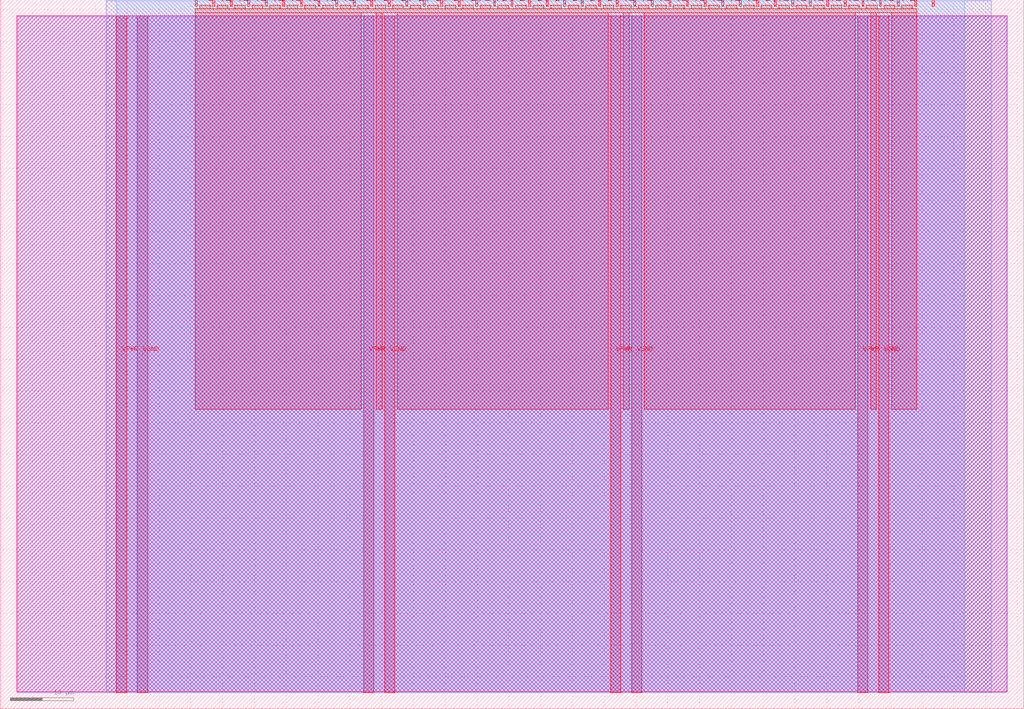
<source format=lef>
VERSION 5.7 ;
  NOWIREEXTENSIONATPIN ON ;
  DIVIDERCHAR "/" ;
  BUSBITCHARS "[]" ;
MACRO tt_um_will_keen_solitaire
  CLASS BLOCK ;
  FOREIGN tt_um_will_keen_solitaire ;
  ORIGIN 0.000 0.000 ;
  SIZE 161.000 BY 111.520 ;
  PIN VGND
    DIRECTION INOUT ;
    USE GROUND ;
    PORT
      LAYER met4 ;
        RECT 21.580 2.480 23.180 109.040 ;
    END
    PORT
      LAYER met4 ;
        RECT 60.450 2.480 62.050 109.040 ;
    END
    PORT
      LAYER met4 ;
        RECT 99.320 2.480 100.920 109.040 ;
    END
    PORT
      LAYER met4 ;
        RECT 138.190 2.480 139.790 109.040 ;
    END
  END VGND
  PIN VPWR
    DIRECTION INOUT ;
    USE POWER ;
    PORT
      LAYER met4 ;
        RECT 18.280 2.480 19.880 109.040 ;
    END
    PORT
      LAYER met4 ;
        RECT 57.150 2.480 58.750 109.040 ;
    END
    PORT
      LAYER met4 ;
        RECT 96.020 2.480 97.620 109.040 ;
    END
    PORT
      LAYER met4 ;
        RECT 134.890 2.480 136.490 109.040 ;
    END
  END VPWR
  PIN clk
    DIRECTION INPUT ;
    USE SIGNAL ;
    ANTENNAGATEAREA 0.852000 ;
    PORT
      LAYER met4 ;
        RECT 143.830 110.520 144.130 111.520 ;
    END
  END clk
  PIN ena
    DIRECTION INPUT ;
    USE SIGNAL ;
    PORT
      LAYER met4 ;
        RECT 146.590 110.520 146.890 111.520 ;
    END
  END ena
  PIN rst_n
    DIRECTION INPUT ;
    USE SIGNAL ;
    ANTENNAGATEAREA 0.196500 ;
    PORT
      LAYER met4 ;
        RECT 141.070 110.520 141.370 111.520 ;
    END
  END rst_n
  PIN ui_in[0]
    DIRECTION INPUT ;
    USE SIGNAL ;
    ANTENNAGATEAREA 0.126000 ;
    PORT
      LAYER met4 ;
        RECT 138.310 110.520 138.610 111.520 ;
    END
  END ui_in[0]
  PIN ui_in[1]
    DIRECTION INPUT ;
    USE SIGNAL ;
    ANTENNAGATEAREA 0.213000 ;
    PORT
      LAYER met4 ;
        RECT 135.550 110.520 135.850 111.520 ;
    END
  END ui_in[1]
  PIN ui_in[2]
    DIRECTION INPUT ;
    USE SIGNAL ;
    ANTENNAGATEAREA 0.213000 ;
    PORT
      LAYER met4 ;
        RECT 132.790 110.520 133.090 111.520 ;
    END
  END ui_in[2]
  PIN ui_in[3]
    DIRECTION INPUT ;
    USE SIGNAL ;
    ANTENNAGATEAREA 0.213000 ;
    PORT
      LAYER met4 ;
        RECT 130.030 110.520 130.330 111.520 ;
    END
  END ui_in[3]
  PIN ui_in[4]
    DIRECTION INPUT ;
    USE SIGNAL ;
    ANTENNAGATEAREA 0.159000 ;
    PORT
      LAYER met4 ;
        RECT 127.270 110.520 127.570 111.520 ;
    END
  END ui_in[4]
  PIN ui_in[5]
    DIRECTION INPUT ;
    USE SIGNAL ;
    ANTENNAGATEAREA 0.213000 ;
    PORT
      LAYER met4 ;
        RECT 124.510 110.520 124.810 111.520 ;
    END
  END ui_in[5]
  PIN ui_in[6]
    DIRECTION INPUT ;
    USE SIGNAL ;
    ANTENNAGATEAREA 0.196500 ;
    PORT
      LAYER met4 ;
        RECT 121.750 110.520 122.050 111.520 ;
    END
  END ui_in[6]
  PIN ui_in[7]
    DIRECTION INPUT ;
    USE SIGNAL ;
    ANTENNAGATEAREA 0.196500 ;
    PORT
      LAYER met4 ;
        RECT 118.990 110.520 119.290 111.520 ;
    END
  END ui_in[7]
  PIN uio_in[0]
    DIRECTION INPUT ;
    USE SIGNAL ;
    PORT
      LAYER met4 ;
        RECT 116.230 110.520 116.530 111.520 ;
    END
  END uio_in[0]
  PIN uio_in[1]
    DIRECTION INPUT ;
    USE SIGNAL ;
    PORT
      LAYER met4 ;
        RECT 113.470 110.520 113.770 111.520 ;
    END
  END uio_in[1]
  PIN uio_in[2]
    DIRECTION INPUT ;
    USE SIGNAL ;
    PORT
      LAYER met4 ;
        RECT 110.710 110.520 111.010 111.520 ;
    END
  END uio_in[2]
  PIN uio_in[3]
    DIRECTION INPUT ;
    USE SIGNAL ;
    PORT
      LAYER met4 ;
        RECT 107.950 110.520 108.250 111.520 ;
    END
  END uio_in[3]
  PIN uio_in[4]
    DIRECTION INPUT ;
    USE SIGNAL ;
    PORT
      LAYER met4 ;
        RECT 105.190 110.520 105.490 111.520 ;
    END
  END uio_in[4]
  PIN uio_in[5]
    DIRECTION INPUT ;
    USE SIGNAL ;
    PORT
      LAYER met4 ;
        RECT 102.430 110.520 102.730 111.520 ;
    END
  END uio_in[5]
  PIN uio_in[6]
    DIRECTION INPUT ;
    USE SIGNAL ;
    PORT
      LAYER met4 ;
        RECT 99.670 110.520 99.970 111.520 ;
    END
  END uio_in[6]
  PIN uio_in[7]
    DIRECTION INPUT ;
    USE SIGNAL ;
    PORT
      LAYER met4 ;
        RECT 96.910 110.520 97.210 111.520 ;
    END
  END uio_in[7]
  PIN uio_oe[0]
    DIRECTION OUTPUT ;
    USE SIGNAL ;
    PORT
      LAYER met4 ;
        RECT 49.990 110.520 50.290 111.520 ;
    END
  END uio_oe[0]
  PIN uio_oe[1]
    DIRECTION OUTPUT ;
    USE SIGNAL ;
    PORT
      LAYER met4 ;
        RECT 47.230 110.520 47.530 111.520 ;
    END
  END uio_oe[1]
  PIN uio_oe[2]
    DIRECTION OUTPUT ;
    USE SIGNAL ;
    PORT
      LAYER met4 ;
        RECT 44.470 110.520 44.770 111.520 ;
    END
  END uio_oe[2]
  PIN uio_oe[3]
    DIRECTION OUTPUT ;
    USE SIGNAL ;
    PORT
      LAYER met4 ;
        RECT 41.710 110.520 42.010 111.520 ;
    END
  END uio_oe[3]
  PIN uio_oe[4]
    DIRECTION OUTPUT ;
    USE SIGNAL ;
    PORT
      LAYER met4 ;
        RECT 38.950 110.520 39.250 111.520 ;
    END
  END uio_oe[4]
  PIN uio_oe[5]
    DIRECTION OUTPUT ;
    USE SIGNAL ;
    PORT
      LAYER met4 ;
        RECT 36.190 110.520 36.490 111.520 ;
    END
  END uio_oe[5]
  PIN uio_oe[6]
    DIRECTION OUTPUT ;
    USE SIGNAL ;
    PORT
      LAYER met4 ;
        RECT 33.430 110.520 33.730 111.520 ;
    END
  END uio_oe[6]
  PIN uio_oe[7]
    DIRECTION OUTPUT ;
    USE SIGNAL ;
    PORT
      LAYER met4 ;
        RECT 30.670 110.520 30.970 111.520 ;
    END
  END uio_oe[7]
  PIN uio_out[0]
    DIRECTION OUTPUT ;
    USE SIGNAL ;
    PORT
      LAYER met4 ;
        RECT 72.070 110.520 72.370 111.520 ;
    END
  END uio_out[0]
  PIN uio_out[1]
    DIRECTION OUTPUT ;
    USE SIGNAL ;
    PORT
      LAYER met4 ;
        RECT 69.310 110.520 69.610 111.520 ;
    END
  END uio_out[1]
  PIN uio_out[2]
    DIRECTION OUTPUT ;
    USE SIGNAL ;
    PORT
      LAYER met4 ;
        RECT 66.550 110.520 66.850 111.520 ;
    END
  END uio_out[2]
  PIN uio_out[3]
    DIRECTION OUTPUT ;
    USE SIGNAL ;
    PORT
      LAYER met4 ;
        RECT 63.790 110.520 64.090 111.520 ;
    END
  END uio_out[3]
  PIN uio_out[4]
    DIRECTION OUTPUT ;
    USE SIGNAL ;
    PORT
      LAYER met4 ;
        RECT 61.030 110.520 61.330 111.520 ;
    END
  END uio_out[4]
  PIN uio_out[5]
    DIRECTION OUTPUT ;
    USE SIGNAL ;
    PORT
      LAYER met4 ;
        RECT 58.270 110.520 58.570 111.520 ;
    END
  END uio_out[5]
  PIN uio_out[6]
    DIRECTION OUTPUT ;
    USE SIGNAL ;
    PORT
      LAYER met4 ;
        RECT 55.510 110.520 55.810 111.520 ;
    END
  END uio_out[6]
  PIN uio_out[7]
    DIRECTION OUTPUT ;
    USE SIGNAL ;
    PORT
      LAYER met4 ;
        RECT 52.750 110.520 53.050 111.520 ;
    END
  END uio_out[7]
  PIN uo_out[0]
    DIRECTION OUTPUT ;
    USE SIGNAL ;
    ANTENNAGATEAREA 0.621000 ;
    ANTENNADIFFAREA 0.891000 ;
    PORT
      LAYER met4 ;
        RECT 94.150 110.520 94.450 111.520 ;
    END
  END uo_out[0]
  PIN uo_out[1]
    DIRECTION OUTPUT ;
    USE SIGNAL ;
    ANTENNAGATEAREA 0.373500 ;
    ANTENNADIFFAREA 0.891000 ;
    PORT
      LAYER met4 ;
        RECT 91.390 110.520 91.690 111.520 ;
    END
  END uo_out[1]
  PIN uo_out[2]
    DIRECTION OUTPUT ;
    USE SIGNAL ;
    ANTENNAGATEAREA 0.373500 ;
    ANTENNADIFFAREA 0.891000 ;
    PORT
      LAYER met4 ;
        RECT 88.630 110.520 88.930 111.520 ;
    END
  END uo_out[2]
  PIN uo_out[3]
    DIRECTION OUTPUT ;
    USE SIGNAL ;
    ANTENNAGATEAREA 0.373500 ;
    ANTENNADIFFAREA 0.891000 ;
    PORT
      LAYER met4 ;
        RECT 85.870 110.520 86.170 111.520 ;
    END
  END uo_out[3]
  PIN uo_out[4]
    DIRECTION OUTPUT ;
    USE SIGNAL ;
    ANTENNAGATEAREA 0.742500 ;
    ANTENNADIFFAREA 0.891000 ;
    PORT
      LAYER met4 ;
        RECT 83.110 110.520 83.410 111.520 ;
    END
  END uo_out[4]
  PIN uo_out[5]
    DIRECTION OUTPUT ;
    USE SIGNAL ;
    ANTENNAGATEAREA 0.495000 ;
    ANTENNADIFFAREA 1.320000 ;
    PORT
      LAYER met4 ;
        RECT 80.350 110.520 80.650 111.520 ;
    END
  END uo_out[5]
  PIN uo_out[6]
    DIRECTION OUTPUT ;
    USE SIGNAL ;
    ANTENNADIFFAREA 0.445500 ;
    PORT
      LAYER met4 ;
        RECT 77.590 110.520 77.890 111.520 ;
    END
  END uo_out[6]
  PIN uo_out[7]
    DIRECTION OUTPUT ;
    USE SIGNAL ;
    PORT
      LAYER met4 ;
        RECT 74.830 110.520 75.130 111.520 ;
    END
  END uo_out[7]
  OBS
      LAYER nwell ;
        RECT 2.570 2.635 158.430 108.990 ;
      LAYER li1 ;
        RECT 2.760 2.635 158.240 108.885 ;
      LAYER met1 ;
        RECT 2.760 2.480 158.240 109.040 ;
      LAYER met2 ;
        RECT 16.660 2.535 155.840 111.365 ;
      LAYER met3 ;
        RECT 18.290 2.555 151.735 111.345 ;
      LAYER met4 ;
        RECT 31.370 110.120 33.030 110.665 ;
        RECT 34.130 110.120 35.790 110.665 ;
        RECT 36.890 110.120 38.550 110.665 ;
        RECT 39.650 110.120 41.310 110.665 ;
        RECT 42.410 110.120 44.070 110.665 ;
        RECT 45.170 110.120 46.830 110.665 ;
        RECT 47.930 110.120 49.590 110.665 ;
        RECT 50.690 110.120 52.350 110.665 ;
        RECT 53.450 110.120 55.110 110.665 ;
        RECT 56.210 110.120 57.870 110.665 ;
        RECT 58.970 110.120 60.630 110.665 ;
        RECT 61.730 110.120 63.390 110.665 ;
        RECT 64.490 110.120 66.150 110.665 ;
        RECT 67.250 110.120 68.910 110.665 ;
        RECT 70.010 110.120 71.670 110.665 ;
        RECT 72.770 110.120 74.430 110.665 ;
        RECT 75.530 110.120 77.190 110.665 ;
        RECT 78.290 110.120 79.950 110.665 ;
        RECT 81.050 110.120 82.710 110.665 ;
        RECT 83.810 110.120 85.470 110.665 ;
        RECT 86.570 110.120 88.230 110.665 ;
        RECT 89.330 110.120 90.990 110.665 ;
        RECT 92.090 110.120 93.750 110.665 ;
        RECT 94.850 110.120 96.510 110.665 ;
        RECT 97.610 110.120 99.270 110.665 ;
        RECT 100.370 110.120 102.030 110.665 ;
        RECT 103.130 110.120 104.790 110.665 ;
        RECT 105.890 110.120 107.550 110.665 ;
        RECT 108.650 110.120 110.310 110.665 ;
        RECT 111.410 110.120 113.070 110.665 ;
        RECT 114.170 110.120 115.830 110.665 ;
        RECT 116.930 110.120 118.590 110.665 ;
        RECT 119.690 110.120 121.350 110.665 ;
        RECT 122.450 110.120 124.110 110.665 ;
        RECT 125.210 110.120 126.870 110.665 ;
        RECT 127.970 110.120 129.630 110.665 ;
        RECT 130.730 110.120 132.390 110.665 ;
        RECT 133.490 110.120 135.150 110.665 ;
        RECT 136.250 110.120 137.910 110.665 ;
        RECT 139.010 110.120 140.670 110.665 ;
        RECT 141.770 110.120 143.430 110.665 ;
        RECT 30.655 109.440 144.145 110.120 ;
        RECT 30.655 47.095 56.750 109.440 ;
        RECT 59.150 47.095 60.050 109.440 ;
        RECT 62.450 47.095 95.620 109.440 ;
        RECT 98.020 47.095 98.920 109.440 ;
        RECT 101.320 47.095 134.490 109.440 ;
        RECT 136.890 47.095 137.790 109.440 ;
        RECT 140.190 47.095 144.145 109.440 ;
  END
END tt_um_will_keen_solitaire
END LIBRARY


</source>
